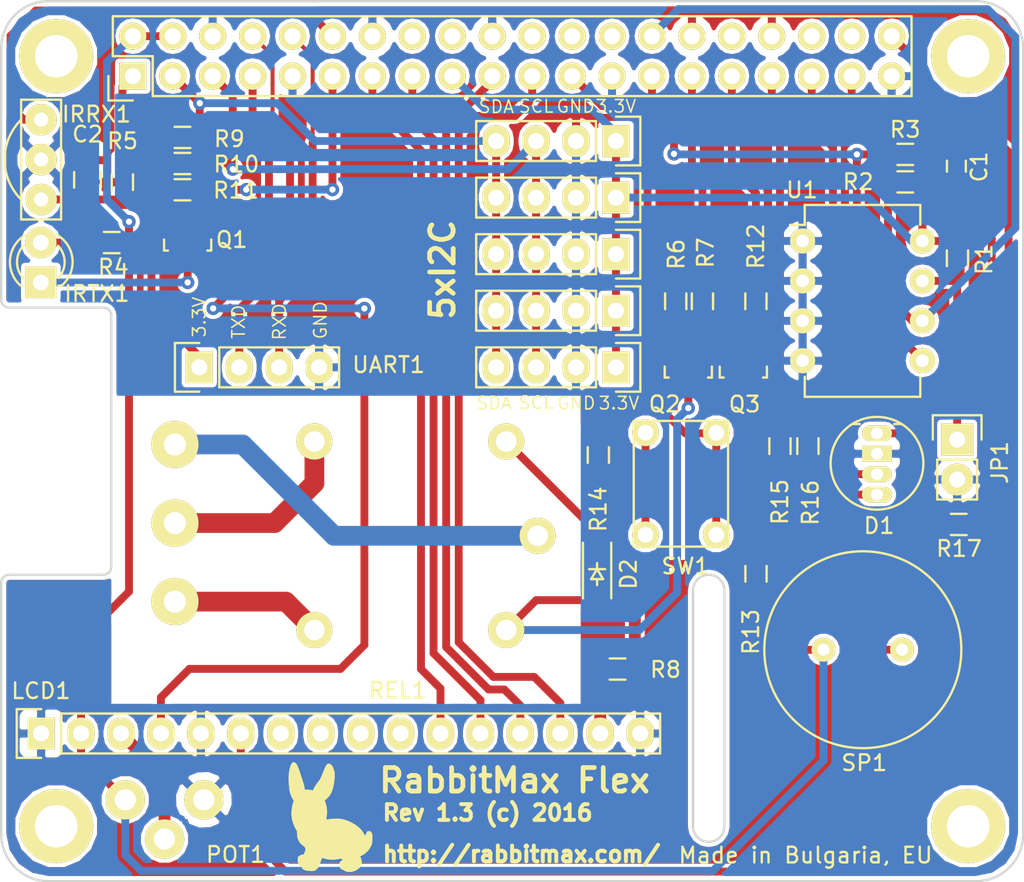
<source format=kicad_pcb>
(kicad_pcb (version 4) (host pcbnew 4.0.4+dfsg1-stable)
  (layers (0 F.Cu signal hide) (31 B.Cu signal hide) (34 B.Paste user hide) (35 F.Paste user hide) (36 B.SilkS user hide) (37 F.SilkS user hide) (38 B.Mask user hide) (39 F.Mask user hide) (44 Edge.Cuts user))
  (net 0 "")
  (net 1 GND)
  (net 2 +3V3)
  (net 3 "Net-(C2-Pad1)")
  (net 4 +5V)
  (net 5 "Net-(D2-Pad2)")
  (net 6 "Net-(Q1-Pad1)")
  (net 7 /D5)
  (net 8 /D6)
  (net 9 /D7)
  (net 10 /D4)
  (net 11 /EN)
  (net 12 /RS)
  (net 13 "Net-(JP1-Pad1)")
  (net 14 "Net-(Q2-Pad1)")
  (net 15 "Net-(Q3-Pad1)")
  (net 16 "Net-(Q3-Pad3)")
  (net 17 "Net-(R14-Pad1)")
  (net 18 /LED2)
  (net 19 /LED1)
  (net 20 "Net-(LCD1-Pad7)")
  (net 21 "Net-(LCD1-Pad8)")
  (net 22 "Net-(LCD1-Pad9)")
  (net 23 "Net-(LCD1-Pad10)")
  (net 24 "Net-(R2-Pad2)")
  (net 25 "Net-(R3-Pad2)")
  (net 26 "Net-(R9-Pad2)")
  (net 27 "Net-(R10-Pad2)")
  (net 28 "Net-(R12-Pad2)")
  (net 29 "Net-(RASP_CONN1-Pad23)")
  (net 30 "Net-(RASP_CONN1-Pad24)")
  (net 31 "Net-(RASP_CONN1-Pad26)")
  (net 32 "Net-(R7-Pad2)")
  (net 33 "Net-(RASP_CONN1-Pad38)")
  (net 34 "Net-(RASP_CONN1-Pad36)")
  (net 35 "Net-(RASP_CONN1-Pad32)")
  (net 36 "Net-(RASP_CONN1-Pad16)")
  (net 37 "Net-(RASP_CONN1-Pad18)")
  (net 38 "Net-(RASP_CONN1-Pad22)")
  (net 39 "Net-(D1-Pad1)")
  (net 40 "Net-(D1-Pad3)")
  (net 41 "Net-(D1-Pad4)")
  (net 42 /LED3)
  (net 43 /TXD)
  (net 44 /RXD)
  (net 45 "Net-(IRRX1-Pad1)")
  (net 46 "Net-(IRTX1-Pad1)")
  (net 47 "Net-(IRTX1-Pad2)")
  (net 48 "Net-(R11-Pad2)")
  (net 49 "Net-(KL1-Pad1)")
  (net 50 "Net-(KL1-Pad2)")
  (net 51 "Net-(KL1-Pad3)")
  (net 52 "Net-(LCD1-Pad15)")
  (net 53 "Net-(LCD1-Pad3)")
  (module myfootprint:KLEMA_1x3 (layer F.Cu) (at 112.55 96.81 270)
    (fp_text reference KL1 hide)
    (fp_text value CONN_01X03)
    (pad 1 thru_hole circle (at 0 3.5 270) (size 3 3) (drill 1.4) (layers *.Cu *.Mask F.SilkS) (net 49 "Net-(KL1-Pad1)"))
    (pad 2 thru_hole circle (at 5 3.5 270) (size 3 3) (drill 1.4) (layers *.Cu *.Mask F.SilkS) (net 50 "Net-(KL1-Pad2)"))
    (pad 3 thru_hole circle (at 10 3.5 270) (size 3 3) (drill 1.4) (layers *.Cu *.Mask F.SilkS) (net 51 "Net-(KL1-Pad3)"))
  )
  (module myfootprint:Pin_Header_Straight_2x20 (layer F.Cu) (at 130.5 72.1 90)
    (fp_text reference RASP_CONN1 hide)
    (fp_text value Raspberry_PI hide)
    (pad 1 thru_hole rect (at -1.27 -24.13 90) (size 1.7272 1.7272) (drill 1.016) (layers *.Cu *.Mask F.SilkS) (net 2 +3V3))
    (pad 2 thru_hole oval (at 1.27 -24.13 90) (size 1.7272 1.7272) (drill 1.016) (layers *.Cu *.Mask F.SilkS) (net 4 +5V))
    (pad 3 thru_hole oval (at -1.27 -21.59 90) (size 1.7272 1.7272) (drill 1.016) (layers *.Cu *.Mask F.SilkS) (net 26 "Net-(R9-Pad2)"))
    (pad 4 thru_hole oval (at 1.27 -21.59 90) (size 1.7272 1.7272) (drill 1.016) (layers *.Cu *.Mask F.SilkS) (net 4 +5V))
    (pad 5 thru_hole oval (at -1.27 -19.05 90) (size 1.7272 1.7272) (drill 1.016) (layers *.Cu *.Mask F.SilkS) (net 27 "Net-(R10-Pad2)"))
    (pad 6 thru_hole oval (at 1.27 -19.05 90) (size 1.7272 1.7272) (drill 1.016) (layers *.Cu *.Mask F.SilkS) (net 1 GND))
    (pad 7 thru_hole oval (at -1.27 -16.51 90) (size 1.7272 1.7272) (drill 1.016) (layers *.Cu *.Mask F.SilkS) (net 12 /RS))
    (pad 8 thru_hole oval (at 1.27 -16.51 90) (size 1.7272 1.7272) (drill 1.016) (layers *.Cu *.Mask F.SilkS) (net 43 /TXD))
    (pad 9 thru_hole oval (at -1.27 -13.97 90) (size 1.7272 1.7272) (drill 1.016) (layers *.Cu *.Mask F.SilkS) (net 1 GND))
    (pad 10 thru_hole oval (at 1.27 -13.97 90) (size 1.7272 1.7272) (drill 1.016) (layers *.Cu *.Mask F.SilkS) (net 44 /RXD))
    (pad 11 thru_hole oval (at -1.27 -11.43 90) (size 1.7272 1.7272) (drill 1.016) (layers *.Cu *.Mask F.SilkS) (net 48 "Net-(R11-Pad2)"))
    (pad 12 thru_hole oval (at 1.27 -11.43 90) (size 1.7272 1.7272) (drill 1.016) (layers *.Cu *.Mask F.SilkS) (net 45 "Net-(IRRX1-Pad1)"))
    (pad 13 thru_hole oval (at -1.27 -8.89 90) (size 1.7272 1.7272) (drill 1.016) (layers *.Cu *.Mask F.SilkS) (net 10 /D4))
    (pad 14 thru_hole oval (at 1.27 -8.89 90) (size 1.7272 1.7272) (drill 1.016) (layers *.Cu *.Mask F.SilkS) (net 1 GND))
    (pad 15 thru_hole oval (at -1.27 -6.35 90) (size 1.7272 1.7272) (drill 1.016) (layers *.Cu *.Mask F.SilkS) (net 7 /D5))
    (pad 16 thru_hole oval (at 1.27 -6.35 90) (size 1.7272 1.7272) (drill 1.016) (layers *.Cu *.Mask F.SilkS) (net 36 "Net-(RASP_CONN1-Pad16)"))
    (pad 17 thru_hole oval (at -1.27 -3.81 90) (size 1.7272 1.7272) (drill 1.016) (layers *.Cu *.Mask F.SilkS) (net 2 +3V3))
    (pad 18 thru_hole oval (at 1.27 -3.81 90) (size 1.7272 1.7272) (drill 1.016) (layers *.Cu *.Mask F.SilkS) (net 37 "Net-(RASP_CONN1-Pad18)"))
    (pad 19 thru_hole oval (at -1.27 -1.27 90) (size 1.7272 1.7272) (drill 1.016) (layers *.Cu *.Mask F.SilkS) (net 8 /D6))
    (pad 20 thru_hole oval (at 1.27 -1.27 90) (size 1.7272 1.7272) (drill 1.016) (layers *.Cu *.Mask F.SilkS) (net 1 GND))
    (pad 21 thru_hole oval (at -1.27 1.27 90) (size 1.7272 1.7272) (drill 1.016) (layers *.Cu *.Mask F.SilkS) (net 9 /D7))
    (pad 22 thru_hole oval (at 1.27 1.27 90) (size 1.7272 1.7272) (drill 1.016) (layers *.Cu *.Mask F.SilkS) (net 38 "Net-(RASP_CONN1-Pad22)"))
    (pad 23 thru_hole oval (at -1.27 3.81 90) (size 1.7272 1.7272) (drill 1.016) (layers *.Cu *.Mask F.SilkS) (net 29 "Net-(RASP_CONN1-Pad23)"))
    (pad 24 thru_hole oval (at 1.27 3.81 90) (size 1.7272 1.7272) (drill 1.016) (layers *.Cu *.Mask F.SilkS) (net 30 "Net-(RASP_CONN1-Pad24)"))
    (pad 25 thru_hole oval (at -1.27 6.35 90) (size 1.7272 1.7272) (drill 1.016) (layers *.Cu *.Mask F.SilkS) (net 1 GND))
    (pad 26 thru_hole oval (at 1.27 6.35 90) (size 1.7272 1.7272) (drill 1.016) (layers *.Cu *.Mask F.SilkS) (net 31 "Net-(RASP_CONN1-Pad26)"))
    (pad 27 thru_hole oval (at -1.27 8.89 90) (size 1.7272 1.7272) (drill 1.016) (layers *.Cu *.Mask F.SilkS) (net 25 "Net-(R3-Pad2)"))
    (pad 28 thru_hole oval (at 1.27 8.89 90) (size 1.7272 1.7272) (drill 1.016) (layers *.Cu *.Mask F.SilkS) (net 24 "Net-(R2-Pad2)"))
    (pad 29 thru_hole oval (at -1.27 11.43 90) (size 1.7272 1.7272) (drill 1.016) (layers *.Cu *.Mask F.SilkS) (net 32 "Net-(R7-Pad2)"))
    (pad 30 thru_hole oval (at 1.27 11.43 90) (size 1.7272 1.7272) (drill 1.016) (layers *.Cu *.Mask F.SilkS) (net 1 GND))
    (pad 31 thru_hole oval (at -1.27 13.97 90) (size 1.7272 1.7272) (drill 1.016) (layers *.Cu *.Mask F.SilkS) (net 28 "Net-(R12-Pad2)"))
    (pad 32 thru_hole oval (at 1.27 13.97 90) (size 1.7272 1.7272) (drill 1.016) (layers *.Cu *.Mask F.SilkS) (net 35 "Net-(RASP_CONN1-Pad32)"))
    (pad 33 thru_hole oval (at -1.27 16.51 90) (size 1.7272 1.7272) (drill 1.016) (layers *.Cu *.Mask F.SilkS) (net 18 /LED2))
    (pad 34 thru_hole oval (at 1.27 16.51 90) (size 1.7272 1.7272) (drill 1.016) (layers *.Cu *.Mask F.SilkS) (net 1 GND))
    (pad 35 thru_hole oval (at -1.27 19.05 90) (size 1.7272 1.7272) (drill 1.016) (layers *.Cu *.Mask F.SilkS) (net 19 /LED1))
    (pad 36 thru_hole oval (at 1.27 19.05 90) (size 1.7272 1.7272) (drill 1.016) (layers *.Cu *.Mask F.SilkS) (net 34 "Net-(RASP_CONN1-Pad36)"))
    (pad 37 thru_hole oval (at -1.27 21.59 90) (size 1.7272 1.7272) (drill 1.016) (layers *.Cu *.Mask F.SilkS) (net 42 /LED3))
    (pad 38 thru_hole oval (at 1.27 21.59 90) (size 1.7272 1.7272) (drill 1.016) (layers *.Cu *.Mask F.SilkS) (net 33 "Net-(RASP_CONN1-Pad38)"))
    (pad 39 thru_hole oval (at -1.27 24.13 90) (size 1.7272 1.7272) (drill 1.016) (layers *.Cu *.Mask F.SilkS) (net 1 GND))
    (pad 40 thru_hole oval (at 1.27 24.13 90) (size 1.7272 1.7272) (drill 1.016) (layers *.Cu *.Mask F.SilkS) (net 11 /EN))
  )
  (module myfootprint:LED-RGB-5MM_Common_Anode (layer F.Cu) (at 153.7 96.1)
    (fp_text reference D1 (at 0.13682 5.8813 180) (layer F.SilkS))
    (fp_text value LED_RCBG)
    (pad 1 thru_hole oval (at 0 0) (size 1.905 1) (drill 0.762) (layers *.Cu *.Mask F.SilkS) (net 39 "Net-(D1-Pad1)"))
    (pad 2 thru_hole rect (at 0 1.3) (size 1.905 1) (drill 0.762) (layers *.Cu *.Mask F.SilkS) (net 1 GND))
    (pad 3 thru_hole oval (at 0 2.6) (size 1.905 1) (drill 0.762) (layers *.Cu *.Mask F.SilkS) (net 40 "Net-(D1-Pad3)"))
    (pad 4 thru_hole oval (at 0 3.9) (size 1.905 1) (drill 0.762) (layers *.Cu *.Mask F.SilkS) (net 41 "Net-(D1-Pad4)"))
  )
  (module TO_SOT_Packages_SMD:SOT-23 (layer F.Cu) (at 109.86 83.82 180)
    (fp_text reference Q1 (at -2.8 0.04 360) (layer F.SilkS))
    (fp_text value BC817)
    (pad 1 smd rect (at -0.95 1.00076 180) (size 0.8001 0.8001) (layers F.Cu F.Paste F.Mask) (net 6 "Net-(Q1-Pad1)"))
    (pad 2 smd rect (at 0.95 1.00076 180) (size 0.8001 0.8001) (layers F.Cu F.Paste F.Mask) (net 1 GND))
    (pad 3 smd rect (at 0 -0.99822 180) (size 0.8001 0.8001) (layers F.Cu F.Paste F.Mask) (net 46 "Net-(IRTX1-Pad1)"))
  )
  (module Mounting_Holes:MountingHole_2.7mm_M2.5_DIN965_Pad (layer F.Cu) (at 159.5 121.1)
    (fp_text reference REF4 hide)
    (fp_text value MountingHole_2.7mm_M2.5_DIN965_Pad hide)
    (pad 4 thru_hole circle (at 0 0) (size 4.7 4.7) (drill 2.7) (layers *.Cu *.Mask F.SilkS))
  )
  (module Mounting_Holes:MountingHole_2.7mm_M2.5_DIN965_Pad (layer F.Cu) (at 159.5 72.1)
    (fp_text reference REF2 hide)
    (fp_text value MountingHole_2.7mm_M2.5_DIN965_Pad hide)
    (pad 2 thru_hole circle (at 0 0) (size 4.7 4.7) (drill 2.7) (layers *.Cu *.Mask F.SilkS))
  )
  (module Mounting_Holes:MountingHole_2.7mm_M2.5_DIN965_Pad (layer F.Cu) (at 101.5 72.1)
    (fp_text reference REF1 hide)
    (fp_text value MountingHole_2.7mm_M2.5_DIN965_Pad hide)
    (pad 1 thru_hole circle (at 0 0) (size 4.7 4.7) (drill 2.7) (layers *.Cu *.Mask F.SilkS))
  )
  (module Mounting_Holes:MountingHole_2.7mm_M2.5_DIN965_Pad (layer F.Cu) (at 101.5 121.1)
    (fp_text reference REF3 hide)
    (fp_text value MountingHole_2.7mm_M2.5_DIN965_Pad hide)
    (pad 3 thru_hole circle (at 0 0) (size 4.7 4.7) (drill 2.7) (layers *.Cu *.Mask F.SilkS))
  )
  (module Capacitors_SMD:C_0603_HandSoldering (layer F.Cu) (at 158.75 79.1 90)
    (fp_text reference C1 (at -0.05 1.45 90) (layer F.SilkS))
    (fp_text value 0.1)
    (pad 1 smd rect (at -0.95 0 90) (size 1.2 0.75) (layers F.Cu F.Paste F.Mask) (net 2 +3V3))
    (pad 2 smd rect (at 0.95 0 90) (size 1.2 0.75) (layers F.Cu F.Paste F.Mask) (net 1 GND))
  )
  (module Resistors_SMD:R_0603_HandSoldering (layer F.Cu) (at 158.82 84.96 270)
    (fp_text reference R1 (at 0.08 -1.7 270) (layer F.SilkS))
    (fp_text value 1K)
    (pad 1 smd rect (at -1.1 0 270) (size 1.2 0.9) (layers F.Cu F.Paste F.Mask) (net 2 +3V3))
    (pad 2 smd rect (at 1.1 0 270) (size 1.2 0.9) (layers F.Cu F.Paste F.Mask) (net 13 "Net-(JP1-Pad1)"))
  )
  (module Resistors_SMD:R_0603_HandSoldering (layer F.Cu) (at 155.5 80.1 180)
    (fp_text reference R2 (at 3 0 180) (layer F.SilkS))
    (fp_text value 4.7K)
    (pad 1 smd rect (at -1.1 0 180) (size 1.2 0.9) (layers F.Cu F.Paste F.Mask) (net 2 +3V3))
    (pad 2 smd rect (at 1.1 0 180) (size 1.2 0.9) (layers F.Cu F.Paste F.Mask) (net 24 "Net-(R2-Pad2)"))
  )
  (module Resistors_SMD:R_0603_HandSoldering (layer F.Cu) (at 155.5 78.35 180)
    (fp_text reference R3 (at 0.01 1.58 180) (layer F.SilkS))
    (fp_text value 4.7K)
    (pad 1 smd rect (at -1.1 0 180) (size 1.2 0.9) (layers F.Cu F.Paste F.Mask) (net 2 +3V3))
    (pad 2 smd rect (at 1.1 0 180) (size 1.2 0.9) (layers F.Cu F.Paste F.Mask) (net 25 "Net-(R3-Pad2)"))
  )
  (module Capacitors_SMD:C_0805_HandSoldering (layer F.Cu) (at 103.49 79.97 90)
    (fp_text reference C2 (at 2.9 0 180) (layer F.SilkS))
    (fp_text value 4.7)
    (pad 1 smd rect (at -1.25 0 90) (size 1.5 1.25) (layers F.Cu F.Paste F.Mask) (net 3 "Net-(C2-Pad1)"))
    (pad 2 smd rect (at 1.25 0 90) (size 1.5 1.25) (layers F.Cu F.Paste F.Mask) (net 1 GND))
  )
  (module Resistors_SMD:R_0603_HandSoldering (layer F.Cu) (at 105.03 83.96 180)
    (fp_text reference R4 (at -0.1 -1.58 180) (layer F.SilkS))
    (fp_text value 380)
    (pad 1 smd rect (at -1.1 0 180) (size 1.2 0.9) (layers F.Cu F.Paste F.Mask) (net 4 +5V))
    (pad 2 smd rect (at 1.1 0 180) (size 1.2 0.9) (layers F.Cu F.Paste F.Mask) (net 47 "Net-(IRTX1-Pad2)"))
  )
  (module Resistors_SMD:R_0603_HandSoldering (layer F.Cu) (at 105.71 80.12 270)
    (fp_text reference R5 (at -2.62 -0.01 360) (layer F.SilkS))
    (fp_text value 470)
    (pad 1 smd rect (at -1.1 0 270) (size 1.2 0.9) (layers F.Cu F.Paste F.Mask) (net 2 +3V3))
    (pad 2 smd rect (at 1.1 0 270) (size 1.2 0.9) (layers F.Cu F.Paste F.Mask) (net 3 "Net-(C2-Pad1)"))
  )
  (module Resistors_SMD:R_0603_HandSoldering (layer F.Cu) (at 140.9 87.7 270)
    (fp_text reference R6 (at -2.99 -0.04 270) (layer F.SilkS))
    (fp_text value 27K)
    (pad 1 smd rect (at -1.1 0 270) (size 1.2 0.9) (layers F.Cu F.Paste F.Mask) (net 1 GND))
    (pad 2 smd rect (at 1.1 0 270) (size 1.2 0.9) (layers F.Cu F.Paste F.Mask) (net 14 "Net-(Q2-Pad1)"))
  )
  (module Resistors_SMD:R_0603_HandSoldering (layer F.Cu) (at 142.6 87.7 90)
    (fp_text reference R7 (at 3.09 0.2 90) (layer F.SilkS))
    (fp_text value 2.7K)
    (pad 1 smd rect (at -1.1 0 90) (size 1.2 0.9) (layers F.Cu F.Paste F.Mask) (net 14 "Net-(Q2-Pad1)"))
    (pad 2 smd rect (at 1.1 0 90) (size 1.2 0.9) (layers F.Cu F.Paste F.Mask) (net 32 "Net-(R7-Pad2)"))
  )
  (module Pin_Headers:Pin_Header_Straight_1x02 (layer F.Cu) (at 158.8 96.5)
    (fp_text reference JP1 (at 2.71 1.46 90) (layer F.SilkS))
    (fp_text value JUMPER)
    (pad 1 thru_hole rect (at 0 0) (size 2.032 2.032) (drill 1.016) (layers *.Cu *.Mask F.SilkS) (net 13 "Net-(JP1-Pad1)"))
    (pad 2 thru_hole oval (at 0 2.54) (size 2.032 2.032) (drill 1.016) (layers *.Cu *.Mask F.SilkS) (net 1 GND))
  )
  (module TO_SOT_Packages_SMD:SOT-23 (layer F.Cu) (at 141.7 91.9 180)
    (fp_text reference Q2 (at 1.51 -2.34 360) (layer F.SilkS))
    (fp_text value BC817)
    (pad 1 smd rect (at -0.95 1.00076 180) (size 0.8001 0.8001) (layers F.Cu F.Paste F.Mask) (net 14 "Net-(Q2-Pad1)"))
    (pad 2 smd rect (at 0.95 1.00076 180) (size 0.8001 0.8001) (layers F.Cu F.Paste F.Mask) (net 1 GND))
    (pad 3 smd rect (at 0 -0.99822 180) (size 0.8001 0.8001) (layers F.Cu F.Paste F.Mask) (net 5 "Net-(D2-Pad2)"))
  )
  (module TO_SOT_Packages_SMD:SOT-23 (layer F.Cu) (at 145.2 91.9 180)
    (fp_text reference Q3 (at -0.08 -2.35 360) (layer F.SilkS))
    (fp_text value BC817)
    (pad 1 smd rect (at -0.95 1.00076 180) (size 0.8001 0.8001) (layers F.Cu F.Paste F.Mask) (net 15 "Net-(Q3-Pad1)"))
    (pad 2 smd rect (at 0.95 1.00076 180) (size 0.8001 0.8001) (layers F.Cu F.Paste F.Mask) (net 1 GND))
    (pad 3 smd rect (at 0 -0.99822 180) (size 0.8001 0.8001) (layers F.Cu F.Paste F.Mask) (net 16 "Net-(Q3-Pad3)"))
  )
  (module Resistors_SMD:R_0603_HandSoldering (layer F.Cu) (at 109.53 77.27)
    (fp_text reference R9 (at 2.98 0.1) (layer F.SilkS))
    (fp_text value 4.7K)
    (pad 1 smd rect (at -1.1 0) (size 1.2 0.9) (layers F.Cu F.Paste F.Mask) (net 2 +3V3))
    (pad 2 smd rect (at 1.1 0) (size 1.2 0.9) (layers F.Cu F.Paste F.Mask) (net 26 "Net-(R9-Pad2)"))
  )
  (module Resistors_SMD:R_0603_HandSoldering (layer F.Cu) (at 109.53 78.93)
    (fp_text reference R10 (at 3.43 0.05) (layer F.SilkS))
    (fp_text value 4.7K)
    (pad 1 smd rect (at -1.1 0) (size 1.2 0.9) (layers F.Cu F.Paste F.Mask) (net 2 +3V3))
    (pad 2 smd rect (at 1.1 0) (size 1.2 0.9) (layers F.Cu F.Paste F.Mask) (net 27 "Net-(R10-Pad2)"))
  )
  (module Resistors_SMD:R_0603_HandSoldering (layer F.Cu) (at 109.53 80.6)
    (fp_text reference R11 (at 3.4 0.04 180) (layer F.SilkS))
    (fp_text value 10K)
    (pad 1 smd rect (at -1.1 0) (size 1.2 0.9) (layers F.Cu F.Paste F.Mask) (net 6 "Net-(Q1-Pad1)"))
    (pad 2 smd rect (at 1.1 0) (size 1.2 0.9) (layers F.Cu F.Paste F.Mask) (net 48 "Net-(R11-Pad2)"))
  )
  (module Resistors_SMD:R_0603_HandSoldering (layer F.Cu) (at 146 87.7 90)
    (fp_text reference R12 (at 3.5 0 90) (layer F.SilkS))
    (fp_text value 10K)
    (pad 1 smd rect (at -1.1 0 90) (size 1.2 0.9) (layers F.Cu F.Paste F.Mask) (net 15 "Net-(Q3-Pad1)"))
    (pad 2 smd rect (at 1.1 0 90) (size 1.2 0.9) (layers F.Cu F.Paste F.Mask) (net 28 "Net-(R12-Pad2)"))
  )
  (module Resistors_SMD:R_0603_HandSoldering (layer F.Cu) (at 146.006 105.042 90)
    (fp_text reference R13 (at -3.698 -0.326 90) (layer F.SilkS))
    (fp_text value 1K)
    (pad 1 smd rect (at -1.1 0 90) (size 1.2 0.9) (layers F.Cu F.Paste F.Mask) (net 4 +5V))
    (pad 2 smd rect (at 1.1 0 90) (size 1.2 0.9) (layers F.Cu F.Paste F.Mask) (net 16 "Net-(Q3-Pad3)"))
  )
  (module Resistors_SMD:R_0603_HandSoldering (layer F.Cu) (at 135.98 97.48 90)
    (fp_text reference R14 (at -3.45 0 90) (layer F.SilkS))
    (fp_text value 1K)
    (pad 1 smd rect (at -1.1 0 90) (size 1.2 0.9) (layers F.Cu F.Paste F.Mask) (net 17 "Net-(R14-Pad1)"))
    (pad 2 smd rect (at 1.1 0 90) (size 1.2 0.9) (layers F.Cu F.Paste F.Mask) (net 1 GND))
  )
  (module Housings_DIP:DIP-8_W7.62mm (layer F.Cu) (at 148.97 83.86)
    (fp_text reference U1 (at -0.04 -3.24) (layer F.SilkS))
    (fp_text value CAT24C32WI-GT3)
    (pad 1 thru_hole oval (at 0 0) (size 1.6 1.6) (drill 0.8) (layers *.Cu *.Mask F.SilkS) (net 1 GND))
    (pad 2 thru_hole oval (at 0 2.54) (size 1.6 1.6) (drill 0.8) (layers *.Cu *.Mask F.SilkS) (net 1 GND))
    (pad 3 thru_hole oval (at 0 5.08) (size 1.6 1.6) (drill 0.8) (layers *.Cu *.Mask F.SilkS) (net 1 GND))
    (pad 4 thru_hole oval (at 0 7.62) (size 1.6 1.6) (drill 0.8) (layers *.Cu *.Mask F.SilkS) (net 1 GND))
    (pad 5 thru_hole oval (at 7.62 7.62) (size 1.6 1.6) (drill 0.8) (layers *.Cu *.Mask F.SilkS) (net 25 "Net-(R3-Pad2)"))
    (pad 6 thru_hole oval (at 7.62 5.08) (size 1.6 1.6) (drill 0.8) (layers *.Cu *.Mask F.SilkS) (net 24 "Net-(R2-Pad2)"))
    (pad 7 thru_hole oval (at 7.62 2.54) (size 1.6 1.6) (drill 0.8) (layers *.Cu *.Mask F.SilkS) (net 13 "Net-(JP1-Pad1)"))
    (pad 8 thru_hole oval (at 7.62 0) (size 1.6 1.6) (drill 0.8) (layers *.Cu *.Mask F.SilkS) (net 2 +3V3))
  )
  (module Resistors_SMD:R_0603_HandSoldering (layer F.Cu) (at 147.53 96.914 270)
    (fp_text reference R15 (at 3.556 0 270) (layer F.SilkS))
    (fp_text value 60)
    (pad 1 smd rect (at -1.1 0 270) (size 1.2 0.9) (layers F.Cu F.Paste F.Mask) (net 18 /LED2))
    (pad 2 smd rect (at 1.1 0 270) (size 1.2 0.9) (layers F.Cu F.Paste F.Mask) (net 41 "Net-(D1-Pad4)"))
  )
  (module Resistors_SMD:R_0603_HandSoldering (layer F.Cu) (at 149.308 96.914 270)
    (fp_text reference R16 (at 3.6 -0.16 270) (layer F.SilkS))
    (fp_text value 300)
    (pad 1 smd rect (at -1.1 0 270) (size 1.2 0.9) (layers F.Cu F.Paste F.Mask) (net 19 /LED1))
    (pad 2 smd rect (at 1.1 0 270) (size 1.2 0.9) (layers F.Cu F.Paste F.Mask) (net 40 "Net-(D1-Pad3)"))
  )
  (module Pin_Headers:Pin_Header_Straight_1x16 (layer F.Cu) (at 100.54 115.202 90)
    (fp_text reference LCD1 (at 2.712 -0.01 180) (layer F.SilkS))
    (fp_text value LCD_16x2)
    (pad 1 thru_hole rect (at 0 0 90) (size 2.032 1.7272) (drill 1.016) (layers *.Cu *.Mask F.SilkS) (net 1 GND))
    (pad 2 thru_hole oval (at 0 2.54 90) (size 2.032 1.7272) (drill 1.016) (layers *.Cu *.Mask F.SilkS) (net 4 +5V))
    (pad 3 thru_hole oval (at 0 5.08 90) (size 2.032 1.7272) (drill 1.016) (layers *.Cu *.Mask F.SilkS) (net 53 "Net-(LCD1-Pad3)"))
    (pad 4 thru_hole oval (at 0 7.62 90) (size 2.032 1.7272) (drill 1.016) (layers *.Cu *.Mask F.SilkS) (net 12 /RS))
    (pad 5 thru_hole oval (at 0 10.16 90) (size 2.032 1.7272) (drill 1.016) (layers *.Cu *.Mask F.SilkS) (net 1 GND))
    (pad 6 thru_hole oval (at 0 12.7 90) (size 2.032 1.7272) (drill 1.016) (layers *.Cu *.Mask F.SilkS) (net 11 /EN))
    (pad 7 thru_hole oval (at 0 15.24 90) (size 2.032 1.7272) (drill 1.016) (layers *.Cu *.Mask F.SilkS) (net 20 "Net-(LCD1-Pad7)"))
    (pad 8 thru_hole oval (at 0 17.78 90) (size 2.032 1.7272) (drill 1.016) (layers *.Cu *.Mask F.SilkS) (net 21 "Net-(LCD1-Pad8)"))
    (pad 9 thru_hole oval (at 0 20.32 90) (size 2.032 1.7272) (drill 1.016) (layers *.Cu *.Mask F.SilkS) (net 22 "Net-(LCD1-Pad9)"))
    (pad 10 thru_hole oval (at 0 22.86 90) (size 2.032 1.7272) (drill 1.016) (layers *.Cu *.Mask F.SilkS) (net 23 "Net-(LCD1-Pad10)"))
    (pad 11 thru_hole oval (at 0 25.4 90) (size 2.032 1.7272) (drill 1.016) (layers *.Cu *.Mask F.SilkS) (net 10 /D4))
    (pad 12 thru_hole oval (at 0 27.94 90) (size 2.032 1.7272) (drill 1.016) (layers *.Cu *.Mask F.SilkS) (net 7 /D5))
    (pad 13 thru_hole oval (at 0 30.48 90) (size 2.032 1.7272) (drill 1.016) (layers *.Cu *.Mask F.SilkS) (net 8 /D6))
    (pad 14 thru_hole oval (at 0 33.02 90) (size 2.032 1.7272) (drill 1.016) (layers *.Cu *.Mask F.SilkS) (net 9 /D7))
    (pad 15 thru_hole oval (at 0 35.56 90) (size 2.032 1.7272) (drill 1.016) (layers *.Cu *.Mask F.SilkS) (net 52 "Net-(LCD1-Pad15)"))
    (pad 16 thru_hole oval (at 0 38.1 90) (size 2.032 1.7272) (drill 1.016) (layers *.Cu *.Mask F.SilkS) (net 1 GND))
  )
  (module Resistors_SMD:R_0603_HandSoldering (layer F.Cu) (at 158.9 101.9)
    (fp_text reference R17 (at 0.02 1.54) (layer F.SilkS))
    (fp_text value 60)
    (pad 1 smd rect (at -1.1 0) (size 1.2 0.9) (layers F.Cu F.Paste F.Mask) (net 39 "Net-(D1-Pad1)"))
    (pad 2 smd rect (at 1.1 0) (size 1.2 0.9) (layers F.Cu F.Paste F.Mask) (net 42 /LED3))
  )
  (module myfootprint:TSOP38X (layer F.Cu) (at 103.08 78.68 270)
    (fp_text reference IRRX1 (at -2.88 -0.98 360) (layer F.SilkS))
    (fp_text value TSOP34838)
    (pad 1 thru_hole circle (at -2.54 2.54 270) (size 2 2) (drill 0.9) (layers *.Cu *.Mask F.SilkS) (net 45 "Net-(IRRX1-Pad1)"))
    (pad 2 thru_hole circle (at 0 2.54 270) (size 2 2) (drill 0.9) (layers *.Cu *.Mask F.SilkS) (net 1 GND))
    (pad 3 thru_hole circle (at 2.54 2.54 270) (size 2 2) (drill 0.9) (layers *.Cu *.Mask F.SilkS) (net 3 "Net-(C2-Pad1)"))
  )
  (module LEDs:LED-3MM (layer F.Cu) (at 100.52 86.5 90)
    (fp_text reference IRTX1 (at -0.7112 3.56838 180) (layer F.SilkS))
    (fp_text value L-934F3BT)
    (pad 1 thru_hole rect (at 0 0 180) (size 2 2) (drill 1.00076) (layers *.Cu *.Mask F.SilkS) (net 46 "Net-(IRTX1-Pad1)"))
    (pad 2 thru_hole circle (at 2.54 0 90) (size 2 2) (drill 1.00076) (layers *.Cu *.Mask F.SilkS) (net 47 "Net-(IRTX1-Pad2)"))
  )
  (module Pin_Headers:Pin_Header_Straight_1x04 (layer F.Cu) (at 110.6 91.9 90)
    (fp_text reference UART1 (at 0.16 12.04 180) (layer F.SilkS))
    (fp_text value CONN_01X04)
    (pad 1 thru_hole rect (at 0 0 90) (size 2.032 1.7272) (drill 1.016) (layers *.Cu *.Mask F.SilkS) (net 2 +3V3))
    (pad 2 thru_hole oval (at 0 2.54 90) (size 2.032 1.7272) (drill 1.016) (layers *.Cu *.Mask F.SilkS) (net 43 /TXD))
    (pad 3 thru_hole oval (at 0 5.08 90) (size 2.032 1.7272) (drill 1.016) (layers *.Cu *.Mask F.SilkS) (net 44 /RXD))
    (pad 4 thru_hole oval (at 0 7.62 90) (size 2.032 1.7272) (drill 1.016) (layers *.Cu *.Mask F.SilkS) (net 1 GND))
  )
  (module Pin_Headers:Pin_Header_Straight_1x04 (layer F.Cu) (at 137.1 91.9 270)
    (fp_text reference SENS4 hide)
    (fp_text value I2C_SENS_1)
    (pad 1 thru_hole rect (at 0 0 270) (size 2.032 1.7272) (drill 1.016) (layers *.Cu *.Mask F.SilkS) (net 2 +3V3))
    (pad 2 thru_hole oval (at 0 2.54 270) (size 2.032 1.7272) (drill 1.016) (layers *.Cu *.Mask F.SilkS) (net 1 GND))
    (pad 3 thru_hole oval (at 0 5.08 270) (size 2.032 1.7272) (drill 1.016) (layers *.Cu *.Mask F.SilkS) (net 27 "Net-(R10-Pad2)"))
    (pad 4 thru_hole oval (at 0 7.62 270) (size 2.032 1.7272) (drill 1.016) (layers *.Cu *.Mask F.SilkS) (net 26 "Net-(R9-Pad2)"))
  )
  (module Pin_Headers:Pin_Header_Straight_1x04 (layer F.Cu) (at 137.1 77.5 270)
    (fp_text reference SENS5 hide)
    (fp_text value I2C_SENS_1)
    (pad 1 thru_hole rect (at 0 0 270) (size 2.032 1.7272) (drill 1.016) (layers *.Cu *.Mask F.SilkS) (net 2 +3V3))
    (pad 2 thru_hole oval (at 0 2.54 270) (size 2.032 1.7272) (drill 1.016) (layers *.Cu *.Mask F.SilkS) (net 1 GND))
    (pad 3 thru_hole oval (at 0 5.08 270) (size 2.032 1.7272) (drill 1.016) (layers *.Cu *.Mask F.SilkS) (net 27 "Net-(R10-Pad2)"))
    (pad 4 thru_hole oval (at 0 7.62 270) (size 2.032 1.7272) (drill 1.016) (layers *.Cu *.Mask F.SilkS) (net 26 "Net-(R9-Pad2)"))
  )
  (module Pin_Headers:Pin_Header_Straight_1x04 (layer F.Cu) (at 137.1 88.3 270)
    (fp_text reference SENS1 hide)
    (fp_text value I2C_SENS_1)
    (pad 1 thru_hole rect (at 0 0 270) (size 2.032 1.7272) (drill 1.016) (layers *.Cu *.Mask F.SilkS) (net 2 +3V3))
    (pad 2 thru_hole oval (at 0 2.54 270) (size 2.032 1.7272) (drill 1.016) (layers *.Cu *.Mask F.SilkS) (net 1 GND))
    (pad 3 thru_hole oval (at 0 5.08 270) (size 2.032 1.7272) (drill 1.016) (layers *.Cu *.Mask F.SilkS) (net 27 "Net-(R10-Pad2)"))
    (pad 4 thru_hole oval (at 0 7.62 270) (size 2.032 1.7272) (drill 1.016) (layers *.Cu *.Mask F.SilkS) (net 26 "Net-(R9-Pad2)"))
  )
  (module Pin_Headers:Pin_Header_Straight_1x04 (layer F.Cu) (at 137.1 84.7 270)
    (fp_text reference SENS2 hide)
    (fp_text value I2C_SENS_1)
    (pad 1 thru_hole rect (at 0 0 270) (size 2.032 1.7272) (drill 1.016) (layers *.Cu *.Mask F.SilkS) (net 2 +3V3))
    (pad 2 thru_hole oval (at 0 2.54 270) (size 2.032 1.7272) (drill 1.016) (layers *.Cu *.Mask F.SilkS) (net 1 GND))
    (pad 3 thru_hole oval (at 0 5.08 270) (size 2.032 1.7272) (drill 1.016) (layers *.Cu *.Mask F.SilkS) (net 27 "Net-(R10-Pad2)"))
    (pad 4 thru_hole oval (at 0 7.62 270) (size 2.032 1.7272) (drill 1.016) (layers *.Cu *.Mask F.SilkS) (net 26 "Net-(R9-Pad2)"))
  )
  (module Pin_Headers:Pin_Header_Straight_1x04 (layer F.Cu) (at 137.1 81.1 270)
    (fp_text reference SENS3 hide)
    (fp_text value I2C_SENS_1)
    (pad 1 thru_hole rect (at 0 0 270) (size 2.032 1.7272) (drill 1.016) (layers *.Cu *.Mask F.SilkS) (net 2 +3V3))
    (pad 2 thru_hole oval (at 0 2.54 270) (size 2.032 1.7272) (drill 1.016) (layers *.Cu *.Mask F.SilkS) (net 1 GND))
    (pad 3 thru_hole oval (at 0 5.08 270) (size 2.032 1.7272) (drill 1.016) (layers *.Cu *.Mask F.SilkS) (net 27 "Net-(R10-Pad2)"))
    (pad 4 thru_hole oval (at 0 7.62 270) (size 2.032 1.7272) (drill 1.016) (layers *.Cu *.Mask F.SilkS) (net 26 "Net-(R9-Pad2)"))
  )
  (module myfootprint:RAS-05-15 (layer F.Cu) (at 120.02 95.12)
    (fp_text reference REL1 (at 3.19458 17.3388) (layer F.SilkS))
    (fp_text value RAS-05-15)
    (pad 1 thru_hole circle (at -2.1 1.5) (size 2.3 2.3) (drill 1.3) (layers *.Cu *.Mask F.SilkS) (net 50 "Net-(KL1-Pad2)"))
    (pad 2 thru_hole circle (at 10.1 1.5) (size 2.3 2.3) (drill 1.3) (layers *.Cu *.Mask F.SilkS) (net 4 +5V))
    (pad 3 thru_hole circle (at -2.1 13.5) (size 2.3 2.3) (drill 1.3) (layers *.Cu *.Mask F.SilkS) (net 51 "Net-(KL1-Pad3)"))
    (pad 4 thru_hole circle (at 10.1 13.5) (size 2.3 2.3) (drill 1.3) (layers *.Cu *.Mask F.SilkS) (net 5 "Net-(D2-Pad2)"))
    (pad 5 thru_hole circle (at 12.1 7.5) (size 2.3 2.3) (drill 1.3) (layers *.Cu *.Mask F.SilkS) (net 49 "Net-(KL1-Pad1)"))
  )
  (module Diodes_SMD:SOD-123 (layer F.Cu) (at 135.9 105.06 270)
    (fp_text reference D2 (at 0 -2 270) (layer F.SilkS))
    (fp_text value 1N4148)
    (pad 1 smd rect (at -1.635 0 270) (size 0.91 1.22) (layers F.Cu F.Paste F.Mask) (net 4 +5V))
    (pad 2 smd rect (at 1.635 0 270) (size 0.91 1.22) (layers F.Cu F.Paste F.Mask) (net 5 "Net-(D2-Pad2)"))
  )
  (module myfootprint:POT_VERT (layer F.Cu) (at 105.89 119.42 90)
    (fp_text reference POT1 (at -3.49 7.02 180) (layer F.SilkS))
    (fp_text value 10K)
    (pad 1 thru_hole circle (at 0 0 90) (size 2.5 2.5) (drill 1.35) (layers *.Cu *.Mask F.SilkS) (net 4 +5V))
    (pad 2 thru_hole circle (at -2.5 2.5 90) (size 2.5 2.5) (drill 1.35) (layers *.Cu *.Mask F.SilkS) (net 53 "Net-(LCD1-Pad3)"))
    (pad 3 thru_hole circle (at 0 5 90) (size 2.5 2.5) (drill 1.35) (layers *.Cu *.Mask F.SilkS) (net 1 GND))
  )
  (module myfootprint:logo (layer F.Cu) (at 118.91 120.53)
    (fp_text reference G*** hide)
    (fp_text value LOGO hide)
  )
  (module myfootprint:MURATA_PKM13 (layer F.Cu) (at 150.3 109.87)
    (fp_text reference SP1 (at 2.59 7.2) (layer F.SilkS))
    (fp_text value MCKPI-G1410-3668)
    (pad 1 thru_hole circle (at 0 0) (size 1.524 1.524) (drill 0.762) (layers *.Cu *.Mask F.SilkS) (net 4 +5V))
    (pad 2 thru_hole circle (at 5 0) (size 1.524 1.524) (drill 0.762) (layers *.Cu *.Mask F.SilkS) (net 16 "Net-(Q3-Pad3)"))
  )
  (module myfootprint:TACT_SW_6 (layer F.Cu) (at 138.98 96.06)
    (fp_text reference SW1 (at 2.54 8.49) (layer F.SilkS))
    (fp_text value SW_PUSH)
    (pad 1 thru_hole circle (at 0 0) (size 1.7 1.7) (drill 1) (layers *.Cu *.Mask F.SilkS) (net 17 "Net-(R14-Pad1)"))
    (pad 2 thru_hole circle (at 4.5 0) (size 1.7 1.7) (drill 1) (layers *.Cu *.Mask F.SilkS) (net 29 "Net-(RASP_CONN1-Pad23)"))
    (pad 1 thru_hole circle (at 0 6.5) (size 1.7 1.7) (drill 1) (layers *.Cu *.Mask F.SilkS) (net 17 "Net-(R14-Pad1)"))
    (pad 2 thru_hole circle (at 4.5 6.5) (size 1.7 1.7) (drill 1) (layers *.Cu *.Mask F.SilkS) (net 29 "Net-(RASP_CONN1-Pad23)"))
  )
  (module Resistors_SMD:R_0603_HandSoldering (layer F.Cu) (at 137.2 111.1)
    (fp_text reference R8 (at 3.05 0.04) (layer F.SilkS))
    (fp_text value 330)
    (pad 1 smd rect (at -1.1 0) (size 1.2 0.9) (layers F.Cu F.Paste F.Mask) (net 52 "Net-(LCD1-Pad15)"))
    (pad 2 smd rect (at 1.1 0) (size 1.2 0.9) (layers F.Cu F.Paste F.Mask) (net 4 +5V))
  )
  (gr_text http://rabbitmax.com/ (at 131.09 122.88) (layer F.SilkS) (effects (font (size 1 1) (thickness 0.25))))
  (gr_text "Rev 1.3 (c) 2016" (at 128.94 120.25) (layer F.SilkS) (effects (font (size 1 1) (thickness 0.25))))
  (gr_text "RabbitMax Flex\n" (at 130.65 118.19) (layer F.SilkS) (effects (font (size 1.5 1.5) (thickness 0.3))))
  (gr_text "Made in Bulgaria, EU" (at 149.16 122.95) (layer F.SilkS) (effects (font (size 1 1))))
  (gr_text 5xI2C (at 126.07 85.69 90) (layer F.SilkS) (effects (font (size 1.5 1.5) (thickness 0.3))))
  (gr_text GND (at 134.54 75.29) (layer F.SilkS) (effects (font (size 0.8 0.8) (thickness 0.1))))
  (gr_text SCL (at 132.02 75.29) (layer F.SilkS) (effects (font (size 0.8 0.8) (thickness 0.1))))
  (gr_text 3.3V (at 137.09 75.29) (layer F.SilkS) (effects (font (size 0.8 0.8) (thickness 0.1))))
  (gr_text SDA (at 129.49 75.32) (layer F.SilkS) (effects (font (size 0.8 0.8) (thickness 0.1))))
  (gr_text 3.3V (at 137.29 94.18) (layer F.SilkS) (effects (font (size 0.8 0.8) (thickness 0.1))))
  (gr_text GND (at 134.58 94.18) (layer F.SilkS) (effects (font (size 0.8 0.8) (thickness 0.1))))
  (gr_text SDA (at 129.35 94.17) (layer F.SilkS) (effects (font (size 0.8 0.8) (thickness 0.1))))
  (gr_text SCL (at 132.01 94.15) (layer F.SilkS) (effects (font (size 0.8 0.8) (thickness 0.1))))
  (gr_text GND (at 118.3 88.9 90) (layer F.SilkS) (effects (font (size 0.8 0.8) (thickness 0.1))))
  (gr_text 3.3V (at 110.6 88.7 90) (layer F.SilkS) (effects (font (size 0.8 0.8) (thickness 0.1))))
  (gr_text TXD (at 113.1 89 90) (layer F.SilkS) (effects (font (size 0.8 0.8) (thickness 0.1))))
  (gr_text RXD (at 115.7 89 90) (layer F.SilkS) (effects (font (size 0.8 0.8) (thickness 0.1))))
  (gr_line (start 105 88.6) (end 105 104.6) (angle 90) (layer Edge.Cuts) (width 0.15))
  (gr_line (start 98 71.6) (end 98 87.6) (angle 90) (layer Edge.Cuts) (width 0.15))
  (gr_line (start 98 121.6) (end 98 105.6) (angle 90) (layer Edge.Cuts) (width 0.15))
  (gr_line (start 104.5 124.6) (end 101 124.6) (angle 90) (layer Edge.Cuts) (width 0.15))
  (gr_line (start 160 124.6) (end 104.5 124.6) (angle 90) (layer Edge.Cuts) (width 0.15))
  (gr_line (start 163 121.6) (end 163 119.6) (angle 90) (layer Edge.Cuts) (width 0.15))
  (gr_line (start 144 121.1) (end 144 106.1) (angle 90) (layer Edge.Cuts) (width 0.15))
  (gr_line (start 142 106.1) (end 142 121.1) (angle 90) (layer Edge.Cuts) (width 0.15))
  (gr_arc (start 143 106.1) (end 143 105.1) (angle 90) (layer Edge.Cuts) (width 0.15))
  (gr_arc (start 143 106.1) (end 142 106.1) (angle 90) (layer Edge.Cuts) (width 0.15))
  (gr_arc (start 143 121.1) (end 143 122.1) (angle 90) (layer Edge.Cuts) (width 0.15))
  (gr_arc (start 143 121.1) (end 144 121.1) (angle 90) (layer Edge.Cuts) (width 0.15))
  (gr_line (start 98.5 88.1) (end 104.5 88.1) (angle 90) (layer Edge.Cuts) (width 0.15))
  (gr_line (start 98.5 105.1) (end 104.5 105.1) (angle 90) (layer Edge.Cuts) (width 0.15))
  (gr_arc (start 98.5 87.6) (end 98.5 88.1) (angle 90) (layer Edge.Cuts) (width 0.15))
  (gr_arc (start 104.5 88.6) (end 104.5 88.1) (angle 90) (layer Edge.Cuts) (width 0.15))
  (gr_arc (start 104.5 104.6) (end 105 104.6) (angle 90) (layer Edge.Cuts) (width 0.15))
  (gr_arc (start 98.5 105.6) (end 98 105.6) (angle 90) (layer Edge.Cuts) (width 0.15))
  (gr_line (start 163 117.6) (end 163 119.6) (angle 90) (layer Edge.Cuts) (width 0.15))
  (gr_line (start 163 71.6) (end 163 73.6) (angle 90) (layer Edge.Cuts) (width 0.15))
  (gr_line (start 158 68.6) (end 160 68.6) (angle 90) (layer Edge.Cuts) (width 0.15))
  (gr_line (start 101 68.6) (end 103 68.6) (angle 90) (layer Edge.Cuts) (width 0.15))
  (gr_arc (start 101 121.6) (end 101 124.6) (angle 90) (layer Edge.Cuts) (width 0.15))
  (gr_arc (start 160 121.6) (end 163 121.6) (angle 90) (layer Edge.Cuts) (width 0.15))
  (gr_arc (start 101 71.6) (end 98 71.6) (angle 90) (layer Edge.Cuts) (width 0.15))
  (gr_arc (start 160 71.6) (end 160 68.6) (angle 90) (layer Edge.Cuts) (width 0.15))
  (gr_line (start 158 68.6) (end 103 68.6) (angle 90) (layer Edge.Cuts) (width 0.15))
  (gr_line (start 163 117.6) (end 163 73.6) (angle 90) (layer Edge.Cuts) (width 0.15))
  (segment (start 134.56 77.5) (end 134.56 81.1) (width 0.5) (layer F.Cu) (net 1))
  (segment (start 134.56 84.7) (end 134.56 81.1) (width 0.5) (layer F.Cu) (net 1))
  (segment (start 134.56 88.3) (end 134.56 91.9) (width 0.5) (layer F.Cu) (net 1))
  (segment (start 134.56 88.3) (end 134.56 84.7) (width 0.5) (layer F.Cu) (net 1))
  (segment (start 153.15 81.1) (end 151.32 81.1) (width 0.5) (layer B.Cu) (net 2))
  (segment (start 156.59 83.86) (end 155.91 83.86) (width 0.5) (layer B.Cu) (net 2))
  (segment (start 155.91 83.86) (end 153.15 81.1) (width 0.5) (layer B.Cu) (net 2))
  (segment (start 151.32 81.1) (end 137.1 81.1) (width 0.5) (layer B.Cu) (net 2))
  (segment (start 108.43 77.27) (end 108.43 78.93) (width 0.5) (layer F.Cu) (net 2))
  (segment (start 108.43 78.93) (end 108.42 78.94) (width 0.5) (layer F.Cu) (net 2))
  (segment (start 108.42 78.94) (end 107.08 78.94) (width 0.5) (layer F.Cu) (net 2))
  (segment (start 110.6 91.9) (end 110.6 91.21) (width 0.5) (layer F.Cu) (net 2))
  (segment (start 110.6 91.21) (end 107.56 88.17) (width 0.5) (layer F.Cu) (net 2))
  (segment (start 107.56 88.17) (end 107.56 82.22) (width 0.5) (layer F.Cu) (net 2))
  (segment (start 107.56 82.22) (end 107.08 81.74) (width 0.5) (layer F.Cu) (net 2))
  (segment (start 107.08 81.74) (end 107.08 78.94) (width 0.5) (layer F.Cu) (net 2))
  (segment (start 107.08 78.94) (end 105.79 78.94) (width 0.5) (layer F.Cu) (net 2))
  (segment (start 105.79 78.94) (end 105.71 79.02) (width 0.5) (layer F.Cu) (net 2))
  (segment (start 137.1 77.5) (end 137.1 77) (width 0.5) (layer B.Cu) (net 2))
  (segment (start 137.1 77) (end 135.6 75.5) (width 0.5) (layer B.Cu) (net 2))
  (segment (start 128.82 75.5) (end 126.69 73.37) (width 0.5) (layer B.Cu) (net 2))
  (segment (start 135.6 75.5) (end 128.82 75.5) (width 0.5) (layer B.Cu) (net 2))
  (segment (start 156.59 83.86) (end 156.59 80.11) (width 0.5) (layer F.Cu) (net 2))
  (segment (start 156.59 80.11) (end 156.6 80.1) (width 0.5) (layer F.Cu) (net 2))
  (segment (start 156.6 78.35) (end 156.6 80.1) (width 0.5) (layer F.Cu) (net 2))
  (segment (start 158.75 80.05) (end 156.65 80.05) (width 0.5) (layer F.Cu) (net 2))
  (segment (start 156.65 80.05) (end 156.6 80.1) (width 0.5) (layer F.Cu) (net 2))
  (segment (start 158.82 83.86) (end 156.59 83.86) (width 0.5) (layer F.Cu) (net 2))
  (segment (start 105.71 79.02) (end 105.71 74.03) (width 0.5) (layer F.Cu) (net 2))
  (segment (start 105.71 74.03) (end 106.37 73.37) (width 0.5) (layer F.Cu) (net 2))
  (segment (start 137.1 81.1) (end 137.1 84.7) (width 0.5) (layer F.Cu) (net 2))
  (segment (start 137.1 84.7) (end 137.1 88.3) (width 0.5) (layer F.Cu) (net 2))
  (segment (start 137.1 88.3) (end 137.1 91.9) (width 0.5) (layer F.Cu) (net 2))
  (segment (start 137.1 81.1) (end 137.1 77.5) (width 0.5) (layer F.Cu) (net 2))
  (segment (start 105.71 81.22) (end 103.49 81.22) (width 0.5) (layer F.Cu) (net 3))
  (segment (start 103.49 81.22) (end 100.54 81.22) (width 0.5) (layer F.Cu) (net 3))
  (segment (start 138.3 111.1) (end 138.3 104.74) (width 0.754) (layer F.Cu) (net 4))
  (segment (start 138.3 104.74) (end 138.63 104.41) (width 0.754) (layer F.Cu) (net 4))
  (segment (start 105.89 119.42) (end 105.89 122.93) (width 0.5) (layer B.Cu) (net 4))
  (segment (start 150.3 116.91) (end 150.3 109.87) (width 0.5) (layer B.Cu) (net 4))
  (segment (start 143.27 123.94) (end 150.3 116.91) (width 0.5) (layer B.Cu) (net 4))
  (segment (start 106.9 123.94) (end 143.27 123.94) (width 0.5) (layer B.Cu) (net 4))
  (segment (start 105.89 122.93) (end 106.9 123.94) (width 0.5) (layer B.Cu) (net 4))
  (segment (start 103.08 115.202) (end 103.08 116.61) (width 0.5) (layer F.Cu) (net 4))
  (segment (start 103.08 116.61) (end 105.89 119.42) (width 0.5) (layer F.Cu) (net 4))
  (segment (start 146.006 106.142) (end 146.002 106.142) (width 0.5) (layer F.Cu) (net 4))
  (segment (start 146.002 106.142) (end 144.27 104.41) (width 0.5) (layer F.Cu) (net 4))
  (segment (start 136.885 104.41) (end 135.9 103.425) (width 0.5) (layer F.Cu) (net 4))
  (segment (start 144.27 104.41) (end 140.78 104.41) (width 0.5) (layer F.Cu) (net 4))
  (segment (start 140.78 104.41) (end 138.63 104.41) (width 0.5) (layer F.Cu) (net 4))
  (segment (start 138.63 104.41) (end 136.885 104.41) (width 0.5) (layer F.Cu) (net 4))
  (segment (start 135.9 103.425) (end 135.9 102.4) (width 0.5) (layer F.Cu) (net 4))
  (segment (start 135.9 102.4) (end 130.12 96.62) (width 0.5) (layer F.Cu) (net 4))
  (segment (start 106.13 83.96) (end 106.13 82.63) (width 0.5) (layer F.Cu) (net 4))
  (segment (start 104.73 72.47) (end 106.37 70.83) (width 0.5) (layer B.Cu) (net 4))
  (segment (start 104.73 81.23) (end 104.73 72.47) (width 0.5) (layer B.Cu) (net 4))
  (segment (start 106.13 82.63) (end 104.73 81.23) (width 0.5) (layer B.Cu) (net 4))
  (via (at 106.13 82.63) (size 0.85) (drill 0.4) (layers F.Cu B.Cu) (net 4))
  (segment (start 108.91 70.83) (end 106.37 70.83) (width 0.5) (layer F.Cu) (net 4))
  (segment (start 103.08 115.202) (end 103.08 109.22) (width 0.5) (layer F.Cu) (net 4))
  (segment (start 106.13 94.19) (end 106.13 83.96) (width 0.5) (layer F.Cu) (net 4))
  (segment (start 106.13 106.17) (end 106.13 94.19) (width 0.5) (layer F.Cu) (net 4))
  (segment (start 103.08 109.22) (end 106.13 106.17) (width 0.5) (layer F.Cu) (net 4))
  (segment (start 146.006 106.142) (end 146.006 108.106) (width 0.5) (layer F.Cu) (net 4))
  (segment (start 147.778 109.878) (end 150.324 109.878) (width 0.5) (layer F.Cu) (net 4))
  (segment (start 146.006 108.106) (end 147.778 109.878) (width 0.5) (layer F.Cu) (net 4))
  (segment (start 141.7 92.89822) (end 141.7 94.49) (width 0.5) (layer F.Cu) (net 5))
  (segment (start 138.59 108.62) (end 130.12 108.62) (width 0.5) (layer B.Cu) (net 5))
  (segment (start 140.99 106.22) (end 138.59 108.62) (width 0.5) (layer B.Cu) (net 5))
  (segment (start 140.99 95.2) (end 140.99 106.22) (width 0.5) (layer B.Cu) (net 5))
  (segment (start 141.7 94.49) (end 140.99 95.2) (width 0.5) (layer B.Cu) (net 5))
  (via (at 141.7 94.49) (size 0.85) (drill 0.4) (layers F.Cu B.Cu) (net 5))
  (segment (start 135.92 106.715) (end 132.025 106.715) (width 0.5) (layer F.Cu) (net 5))
  (segment (start 132.025 106.715) (end 130.12 108.62) (width 0.5) (layer F.Cu) (net 5))
  (segment (start 108.43 80.6) (end 108.59076 80.6) (width 0.5) (layer F.Cu) (net 6))
  (segment (start 108.59076 80.6) (end 110.81 82.81924) (width 0.5) (layer F.Cu) (net 6))
  (segment (start 124.15 73.37) (end 124.15 76.05) (width 0.5) (layer F.Cu) (net 7))
  (segment (start 128.48 113.08) (end 128.48 115.202) (width 0.5) (layer F.Cu) (net 7))
  (segment (start 125.5 110.1) (end 128.48 113.08) (width 0.5) (layer F.Cu) (net 7))
  (segment (start 125.5 77.4) (end 125.5 110.1) (width 0.5) (layer F.Cu) (net 7))
  (segment (start 124.15 76.05) (end 125.5 77.4) (width 0.5) (layer F.Cu) (net 7))
  (segment (start 129.23 73.37) (end 129.23 73.67) (width 0.5) (layer F.Cu) (net 8))
  (segment (start 129.23 73.67) (end 126.3 76.6) (width 0.5) (layer F.Cu) (net 8))
  (segment (start 126.3 76.6) (end 126.3 109.7) (width 0.5) (layer F.Cu) (net 8))
  (segment (start 126.3 109.7) (end 129 112.4) (width 0.5) (layer F.Cu) (net 8))
  (segment (start 129 112.4) (end 130 112.4) (width 0.5) (layer F.Cu) (net 8))
  (segment (start 130 112.4) (end 131.02 113.42) (width 0.5) (layer F.Cu) (net 8))
  (segment (start 131.02 113.42) (end 131.02 115.202) (width 0.5) (layer F.Cu) (net 8))
  (segment (start 131.77 73.37) (end 131.77 74.83) (width 0.5) (layer F.Cu) (net 9))
  (segment (start 133.56 113.26) (end 133.56 115.202) (width 0.5) (layer F.Cu) (net 9))
  (segment (start 131.9 111.6) (end 133.56 113.26) (width 0.5) (layer F.Cu) (net 9))
  (segment (start 129.3 111.6) (end 131.9 111.6) (width 0.5) (layer F.Cu) (net 9))
  (segment (start 127.1 109.4) (end 129.3 111.6) (width 0.5) (layer F.Cu) (net 9))
  (segment (start 127.1 76.9) (end 127.1 109.4) (width 0.5) (layer F.Cu) (net 9))
  (segment (start 128.1 75.9) (end 127.1 76.9) (width 0.5) (layer F.Cu) (net 9))
  (segment (start 130.7 75.9) (end 128.1 75.9) (width 0.5) (layer F.Cu) (net 9))
  (segment (start 131.77 74.83) (end 130.7 75.9) (width 0.5) (layer F.Cu) (net 9))
  (segment (start 121.61 73.37) (end 121.61 75.01) (width 0.5) (layer F.Cu) (net 10))
  (segment (start 125.94 112.34) (end 125.94 115.202) (width 0.5) (layer F.Cu) (net 10))
  (segment (start 124.7 111.1) (end 125.94 112.34) (width 0.5) (layer F.Cu) (net 10))
  (segment (start 124.7 78.1) (end 124.7 111.1) (width 0.5) (layer F.Cu) (net 10))
  (segment (start 121.61 75.01) (end 124.7 78.1) (width 0.5) (layer F.Cu) (net 10))
  (segment (start 113.24 115.202) (end 113.24 121.15) (width 0.5) (layer F.Cu) (net 11))
  (segment (start 156.32 72.52) (end 154.63 70.83) (width 0.5) (layer F.Cu) (net 11))
  (segment (start 156.32 73.97) (end 156.32 72.52) (width 0.5) (layer F.Cu) (net 11))
  (segment (start 157.49 75.14) (end 156.32 73.97) (width 0.5) (layer F.Cu) (net 11))
  (segment (start 159.02 75.14) (end 157.49 75.14) (width 0.5) (layer F.Cu) (net 11))
  (segment (start 162.07 78.19) (end 159.02 75.14) (width 0.5) (layer F.Cu) (net 11))
  (segment (start 162.07 112.58) (end 162.07 78.19) (width 0.5) (layer F.Cu) (net 11))
  (segment (start 150.66 123.99) (end 162.07 112.58) (width 0.5) (layer F.Cu) (net 11))
  (segment (start 116.08 123.99) (end 150.66 123.99) (width 0.5) (layer F.Cu) (net 11))
  (segment (start 113.24 121.15) (end 116.08 123.99) (width 0.5) (layer F.Cu) (net 11))
  (segment (start 154.63 70.83) (end 154.63 70.77) (width 0.5) (layer F.Cu) (net 11))
  (segment (start 108.16 115.202) (end 108.16 112.9) (width 0.5) (layer F.Cu) (net 12))
  (segment (start 113.99 76.54) (end 113.99 73.37) (width 0.5) (layer F.Cu) (net 12))
  (segment (start 115.03 77.58) (end 113.99 76.54) (width 0.5) (layer F.Cu) (net 12))
  (segment (start 115.03 84.6) (end 115.03 77.58) (width 0.5) (layer F.Cu) (net 12))
  (segment (start 111.48 88.15) (end 115.03 84.6) (width 0.5) (layer F.Cu) (net 12))
  (via (at 111.48 88.15) (size 0.85) (drill 0.4) (layers F.Cu B.Cu) (net 12))
  (segment (start 121.1 88.15) (end 111.48 88.15) (width 0.5) (layer B.Cu) (net 12))
  (via (at 121.1 88.15) (size 0.85) (drill 0.4) (layers F.Cu B.Cu) (net 12))
  (segment (start 121.1 109.57) (end 121.1 88.15) (width 0.5) (layer F.Cu) (net 12))
  (segment (start 119.58 111.09) (end 121.1 109.57) (width 0.5) (layer F.Cu) (net 12))
  (segment (start 109.97 111.09) (end 119.58 111.09) (width 0.5) (layer F.Cu) (net 12))
  (segment (start 108.16 112.9) (end 109.97 111.09) (width 0.5) (layer F.Cu) (net 12))
  (segment (start 156.59 86.4) (end 158.48 86.4) (width 0.5) (layer F.Cu) (net 13))
  (segment (start 158.48 86.4) (end 158.82 86.06) (width 0.5) (layer F.Cu) (net 13))
  (segment (start 158.8 96.5) (end 158.8 86.08) (width 0.5) (layer F.Cu) (net 13))
  (segment (start 158.8 86.08) (end 158.82 86.06) (width 0.5) (layer F.Cu) (net 13))
  (segment (start 140.9 88.8) (end 142.6 88.8) (width 0.5) (layer F.Cu) (net 14))
  (segment (start 142.6 88.8) (end 142.65 88.85) (width 0.5) (layer F.Cu) (net 14))
  (segment (start 142.65 88.85) (end 142.65 90.89924) (width 0.5) (layer F.Cu) (net 14))
  (segment (start 146.15 90.89924) (end 146.15 88.95) (width 0.5) (layer F.Cu) (net 15))
  (segment (start 146.15 88.95) (end 146 88.8) (width 0.5) (layer F.Cu) (net 15))
  (segment (start 155.32 109.87) (end 153.62 109.87) (width 0.5) (layer F.Cu) (net 16))
  (segment (start 147.692 103.942) (end 146.006 103.942) (width 0.5) (layer F.Cu) (net 16))
  (segment (start 153.62 109.87) (end 147.692 103.942) (width 0.5) (layer F.Cu) (net 16))
  (segment (start 146.006 103.942) (end 146.006 93.70422) (width 0.5) (layer F.Cu) (net 16))
  (segment (start 146.006 93.70422) (end 145.2 92.89822) (width 0.5) (layer F.Cu) (net 16))
  (segment (start 135.98 98.58) (end 138.94 98.58) (width 0.5) (layer F.Cu) (net 17))
  (segment (start 138.94 98.58) (end 138.98 98.62) (width 0.5) (layer F.Cu) (net 17))
  (segment (start 138.98 102.6) (end 138.98 98.62) (width 0.5) (layer F.Cu) (net 17))
  (segment (start 138.98 98.62) (end 138.98 96.1) (width 0.5) (layer F.Cu) (net 17))
  (segment (start 147.53 95.814) (end 147.53 76.93) (width 0.5) (layer F.Cu) (net 18))
  (segment (start 147.01 76.41) (end 147.01 73.37) (width 0.5) (layer F.Cu) (net 18))
  (segment (start 147.53 76.93) (end 147.01 76.41) (width 0.5) (layer F.Cu) (net 18))
  (segment (start 149.308 95.814) (end 149.308 94.592) (width 0.5) (layer F.Cu) (net 19))
  (segment (start 149.55 76.55) (end 149.55 73.37) (width 0.5) (layer F.Cu) (net 19))
  (segment (start 150.9 77.9) (end 149.55 76.55) (width 0.5) (layer F.Cu) (net 19))
  (segment (start 150.9 93) (end 150.9 77.9) (width 0.5) (layer F.Cu) (net 19))
  (segment (start 149.308 94.592) (end 150.9 93) (width 0.5) (layer F.Cu) (net 19))
  (segment (start 139.39 70.83) (end 139.39 70.78) (width 0.5) (layer B.Cu) (net 24))
  (segment (start 139.39 70.78) (end 141.06 69.11) (width 0.5) (layer B.Cu) (net 24))
  (segment (start 141.06 69.11) (end 160.74 69.11) (width 0.5) (layer B.Cu) (net 24))
  (segment (start 160.74 69.11) (end 162.5 70.87) (width 0.5) (layer B.Cu) (net 24))
  (segment (start 162.5 70.87) (end 162.5 83.03) (width 0.5) (layer B.Cu) (net 24))
  (segment (start 162.5 83.03) (end 156.59 88.94) (width 0.5) (layer B.Cu) (net 24))
  (segment (start 156.59 88.94) (end 155.94 88.94) (width 0.5) (layer F.Cu) (net 24))
  (segment (start 155.94 88.94) (end 154.4 87.4) (width 0.5) (layer F.Cu) (net 24))
  (segment (start 154.4 87.4) (end 154.4 80.1) (width 0.5) (layer F.Cu) (net 24))
  (segment (start 156.59 91.48) (end 156.59 91.43) (width 0.5) (layer F.Cu) (net 25))
  (segment (start 156.59 91.43) (end 152.42 87.26) (width 0.5) (layer F.Cu) (net 25))
  (segment (start 152.42 87.26) (end 152.42 78.35) (width 0.5) (layer F.Cu) (net 25))
  (segment (start 139.39 73.37) (end 139.39 74.8) (width 0.5) (layer F.Cu) (net 25))
  (segment (start 152.42 78.35) (end 154.4 78.35) (width 0.5) (layer F.Cu) (net 25))
  (via (at 152.42 78.35) (size 0.85) (drill 0.4) (layers F.Cu B.Cu) (net 25))
  (segment (start 140.82 78.35) (end 152.42 78.35) (width 0.5) (layer B.Cu) (net 25))
  (segment (start 140.79 78.32) (end 140.82 78.35) (width 0.5) (layer B.Cu) (net 25))
  (via (at 140.79 78.32) (size 0.85) (drill 0.4) (layers F.Cu B.Cu) (net 25))
  (segment (start 140.79 76.2) (end 140.79 78.32) (width 0.5) (layer F.Cu) (net 25))
  (segment (start 139.39 74.8) (end 140.79 76.2) (width 0.5) (layer F.Cu) (net 25))
  (segment (start 154.4 78.35) (end 153.95 78.35) (width 0.5) (layer F.Cu) (net 25))
  (segment (start 129.48 77.5) (end 117.96 77.5) (width 0.5) (layer B.Cu) (net 26))
  (via (at 110.63 75.09) (size 0.85) (drill 0.4) (layers F.Cu B.Cu) (net 26))
  (segment (start 115.55 75.09) (end 110.63 75.09) (width 0.5) (layer B.Cu) (net 26))
  (segment (start 117.96 77.5) (end 115.55 75.09) (width 0.5) (layer B.Cu) (net 26))
  (segment (start 110.63 77.27) (end 110.63 75.09) (width 0.5) (layer F.Cu) (net 26))
  (segment (start 110.63 75.09) (end 108.91 73.37) (width 0.5) (layer F.Cu) (net 26))
  (segment (start 129.48 88.3) (end 129.48 91.9) (width 0.5) (layer F.Cu) (net 26))
  (segment (start 129.48 84.7) (end 129.48 88.3) (width 0.5) (layer F.Cu) (net 26))
  (segment (start 129.48 81.1) (end 129.48 84.7) (width 0.5) (layer F.Cu) (net 26))
  (segment (start 129.48 77.5) (end 129.48 81.1) (width 0.5) (layer F.Cu) (net 26))
  (segment (start 112.73 79.29) (end 112.73 74.65) (width 0.5) (layer F.Cu) (net 27))
  (segment (start 112.73 74.65) (end 111.45 73.37) (width 0.5) (layer F.Cu) (net 27))
  (segment (start 132.02 77.5) (end 132.02 77.51) (width 0.5) (layer B.Cu) (net 27))
  (segment (start 132.02 77.51) (end 130.24 79.29) (width 0.5) (layer B.Cu) (net 27))
  (segment (start 112.37 78.93) (end 110.63 78.93) (width 0.5) (layer F.Cu) (net 27))
  (segment (start 112.73 79.29) (end 112.37 78.93) (width 0.5) (layer F.Cu) (net 27))
  (via (at 112.73 79.29) (size 0.85) (drill 0.4) (layers F.Cu B.Cu) (net 27))
  (segment (start 130.24 79.29) (end 112.73 79.29) (width 0.5) (layer B.Cu) (net 27))
  (segment (start 132.02 81.1) (end 132.02 77.5) (width 0.5) (layer F.Cu) (net 27))
  (segment (start 132.02 81.1) (end 132.02 84.7) (width 0.5) (layer F.Cu) (net 27))
  (segment (start 132.02 84.7) (end 132.02 88.3) (width 0.5) (layer F.Cu) (net 27))
  (segment (start 132.02 91.9) (end 132.02 88.3) (width 0.5) (layer F.Cu) (net 27))
  (segment (start 146 86.6) (end 146 80.8) (width 0.5) (layer F.Cu) (net 28))
  (segment (start 144.47 79.27) (end 144.47 73.37) (width 0.5) (layer F.Cu) (net 28))
  (segment (start 146 80.8) (end 144.47 79.27) (width 0.5) (layer F.Cu) (net 28))
  (segment (start 143.48 96.1) (end 141.51 96.1) (width 0.5) (layer F.Cu) (net 29))
  (segment (start 141.51 96.1) (end 139.11 93.7) (width 0.5) (layer F.Cu) (net 29))
  (segment (start 143.48 102.6) (end 143.48 96.1) (width 0.5) (layer F.Cu) (net 29))
  (segment (start 139.11 93.7) (end 139.11 76.61) (width 0.5) (layer F.Cu) (net 29))
  (segment (start 136.21 75.27) (end 134.31 73.37) (width 0.5) (layer F.Cu) (net 29))
  (segment (start 137.77 75.27) (end 136.21 75.27) (width 0.5) (layer F.Cu) (net 29))
  (segment (start 139.11 76.61) (end 137.77 75.27) (width 0.5) (layer F.Cu) (net 29))
  (segment (start 142.6 86.6) (end 142.6 79.8) (width 0.5) (layer F.Cu) (net 32))
  (segment (start 141.93 79.13) (end 141.93 73.37) (width 0.5) (layer F.Cu) (net 32))
  (segment (start 142.6 79.8) (end 141.93 79.13) (width 0.5) (layer F.Cu) (net 32))
  (segment (start 157.8 101.9) (end 157.37 101.9) (width 0.5) (layer F.Cu) (net 39))
  (segment (start 157.37 101.9) (end 156.24 100.77) (width 0.5) (layer F.Cu) (net 39))
  (segment (start 155.7 96.1) (end 153.7 96.1) (width 0.5) (layer F.Cu) (net 39))
  (segment (start 156.24 96.64) (end 155.7 96.1) (width 0.5) (layer F.Cu) (net 39))
  (segment (start 156.24 100.77) (end 156.24 96.64) (width 0.5) (layer F.Cu) (net 39))
  (segment (start 157.8 101.9) (end 157.3 101.9) (width 0.5) (layer F.Cu) (net 39))
  (segment (start 153.7 98.7) (end 149.994 98.7) (width 0.5) (layer F.Cu) (net 40))
  (segment (start 149.994 98.7) (end 149.308 98.014) (width 0.5) (layer F.Cu) (net 40))
  (segment (start 153.7 100) (end 149.516 100) (width 0.5) (layer F.Cu) (net 41))
  (segment (start 149.516 100) (end 147.53 98.014) (width 0.5) (layer F.Cu) (net 41))
  (segment (start 160 101.9) (end 160.6 101.9) (width 0.5) (layer F.Cu) (net 42))
  (segment (start 160.6 101.9) (end 161 101.5) (width 0.5) (layer F.Cu) (net 42))
  (segment (start 161 101.5) (end 161 78.3) (width 0.5) (layer F.Cu) (net 42))
  (segment (start 161 78.3) (end 159.1 76.4) (width 0.5) (layer F.Cu) (net 42))
  (segment (start 159.1 76.4) (end 153.6 76.4) (width 0.5) (layer F.Cu) (net 42))
  (segment (start 153.6 76.4) (end 152.09 74.89) (width 0.5) (layer F.Cu) (net 42))
  (segment (start 152.09 74.89) (end 152.09 73.37) (width 0.5) (layer F.Cu) (net 42))
  (segment (start 116.37 77.81) (end 116.37 84.97) (width 0.5) (layer F.Cu) (net 43))
  (segment (start 115.26 76.7) (end 116.37 77.81) (width 0.254) (layer F.Cu) (net 43))
  (segment (start 115.26 72.08) (end 115.26 76.7) (width 0.254) (layer F.Cu) (net 43))
  (segment (start 114.01 70.83) (end 115.26 72.08) (width 0.254) (layer F.Cu) (net 43))
  (segment (start 113.14 88.2) (end 113.14 91.9) (width 0.5) (layer F.Cu) (net 43))
  (segment (start 116.37 84.97) (end 113.14 88.2) (width 0.5) (layer F.Cu) (net 43))
  (segment (start 113.99 70.83) (end 114.01 70.83) (width 0.254) (layer F.Cu) (net 43))
  (segment (start 117.81 77.6) (end 117.81 85.53) (width 0.5) (layer F.Cu) (net 44))
  (segment (start 115.68 87.66) (end 115.68 91.9) (width 0.5) (layer F.Cu) (net 44))
  (segment (start 117.81 85.53) (end 115.68 87.66) (width 0.5) (layer F.Cu) (net 44))
  (segment (start 116.53 70.83) (end 116.53 70.85) (width 0.254) (layer F.Cu) (net 44))
  (segment (start 116.53 70.85) (end 117.81 72.13) (width 0.254) (layer F.Cu) (net 44))
  (segment (start 117.81 72.13) (end 117.81 77.6) (width 0.254) (layer F.Cu) (net 44))
  (segment (start 117.81 77.6) (end 117.81 77.63) (width 0.254) (layer F.Cu) (net 44))
  (segment (start 100.54 76.14) (end 99.44 76.14) (width 0.5) (layer F.Cu) (net 45))
  (segment (start 117.44 69.2) (end 119.07 70.83) (width 0.5) (layer F.Cu) (net 45))
  (segment (start 100.2 69.2) (end 117.44 69.2) (width 0.5) (layer F.Cu) (net 45))
  (segment (start 98.6 70.8) (end 100.2 69.2) (width 0.5) (layer F.Cu) (net 45))
  (segment (start 98.6 75.3) (end 98.6 70.8) (width 0.5) (layer F.Cu) (net 45))
  (segment (start 99.44 76.14) (end 98.6 75.3) (width 0.5) (layer F.Cu) (net 45))
  (segment (start 100.52 86.5) (end 109.86 86.5) (width 0.5) (layer B.Cu) (net 46))
  (segment (start 109.86 86.5) (end 109.86 84.81822) (width 0.5) (layer F.Cu) (net 46))
  (via (at 109.86 86.5) (size 0.85) (drill 0.4) (layers F.Cu B.Cu) (net 46))
  (segment (start 103.93 83.96) (end 100.52 83.96) (width 0.5) (layer F.Cu) (net 47))
  (segment (start 119.07 73.37) (end 119.07 80.59) (width 0.5) (layer F.Cu) (net 48))
  (segment (start 113.58 80.6) (end 110.63 80.6) (width 0.5) (layer F.Cu) (net 48))
  (segment (start 113.59 80.59) (end 113.58 80.6) (width 0.5) (layer F.Cu) (net 48))
  (via (at 113.59 80.59) (size 0.85) (drill 0.4) (layers F.Cu B.Cu) (net 48))
  (segment (start 119.07 80.59) (end 113.59 80.59) (width 0.5) (layer B.Cu) (net 48))
  (via (at 119.07 80.59) (size 0.85) (drill 0.4) (layers F.Cu B.Cu) (net 48))
  (segment (start 109.05 96.81) (end 113.36 96.81) (width 1.254) (layer B.Cu) (net 49))
  (segment (start 119.17 102.62) (end 132.12 102.62) (width 1.254) (layer B.Cu) (net 49))
  (segment (start 113.36 96.81) (end 119.17 102.62) (width 1.254) (layer B.Cu) (net 49))
  (segment (start 109.05 101.81) (end 115.39 101.81) (width 1.254) (layer F.Cu) (net 50))
  (segment (start 117.92 99.28) (end 117.92 96.62) (width 1.254) (layer F.Cu) (net 50))
  (segment (start 115.39 101.81) (end 117.92 99.28) (width 1.254) (layer F.Cu) (net 50))
  (segment (start 109.05 106.81) (end 116.11 106.81) (width 1.254) (layer F.Cu) (net 51))
  (segment (start 116.11 106.81) (end 117.92 108.62) (width 1.254) (layer F.Cu) (net 51))
  (segment (start 136.1 115.202) (end 136.1 111.1) (width 0.754) (layer F.Cu) (net 52))
  (segment (start 108.39 121.92) (end 108.39 117.972) (width 0.754) (layer F.Cu) (net 53))
  (segment (start 108.39 117.972) (end 105.62 115.202) (width 0.754) (layer F.Cu) (net 53))
  (zone (net 1) (net_name GND) (layer F.Cu) (connect_pads (clearance 0.254)) (min_thickness 0.254) (fill yes (arc_segments 16) (thermal_gap 0.508) (thermal_bridge_width 0.508))
    (polygon (pts (xy 164.06 125.79) (xy 97.28 125.79) (xy 97.28 67.69) (xy 164.06 67.69)))
  )
  (zone (net 1) (net_name GND) (layer B.Cu) (connect_pads (clearance 0.254)) (min_thickness 0.254) (fill yes (arc_segments 16) (thermal_gap 0.508) (thermal_bridge_width 0.508))
    (polygon (pts (xy 164.06 125.79) (xy 97.28 125.79) (xy 97.28 67.69) (xy 164.06 67.69)))
  )
  (zone (net 0) (net_name "") (layer F.Cu) (connect_pads (clearance 0.254)) (min_thickness 0.254)
    (keepout (tracks allowed) (vias allowed) (copperpour not_allowed))
    (fill (arc_segments 16) (thermal_gap 0.508) (thermal_bridge_width 0.508))
    (polygon (pts (xy 134.86 113.32) (xy 105 113.32) (xy 105 93.71) (xy 134.86 93.71)))
  )
  (zone (net 0) (net_name "") (layer B.Cu) (connect_pads (clearance 0.254)) (min_thickness 0.254)
    (keepout (tracks allowed) (vias allowed) (copperpour not_allowed))
    (fill (arc_segments 16) (thermal_gap 0.508) (thermal_bridge_width 0.508))
    (polygon (pts (xy 134.86 113.32) (xy 105 113.32) (xy 105 93.71) (xy 134.86 93.71)))
  )
)
</source>
